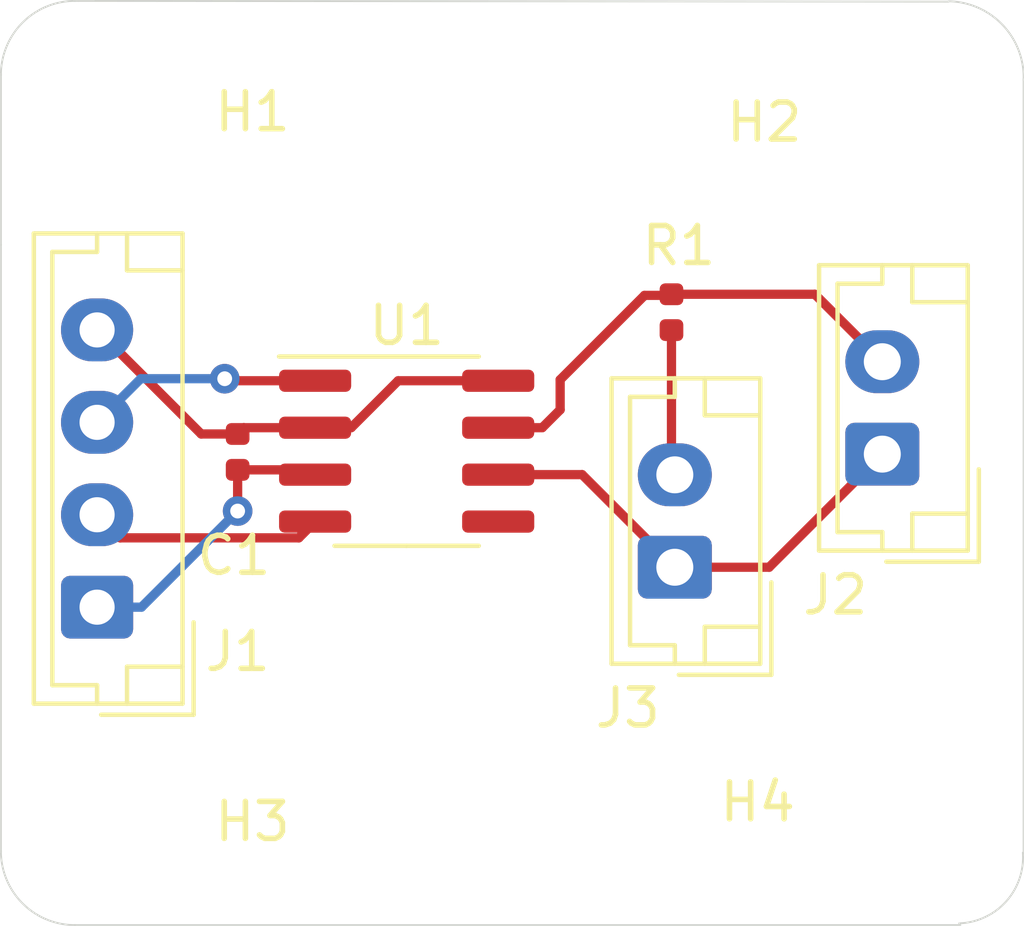
<source format=kicad_pcb>
(kicad_pcb (version 20171130) (host pcbnew "(5.1.10)-1")

  (general
    (thickness 1.6)
    (drawings 9)
    (tracks 38)
    (zones 0)
    (modules 10)
    (nets 9)
  )

  (page A4)
  (layers
    (0 F.Cu signal)
    (31 B.Cu signal)
    (32 B.Adhes user)
    (33 F.Adhes user)
    (34 B.Paste user)
    (35 F.Paste user)
    (36 B.SilkS user)
    (37 F.SilkS user)
    (38 B.Mask user)
    (39 F.Mask user)
    (40 Dwgs.User user)
    (41 Cmts.User user)
    (42 Eco1.User user)
    (43 Eco2.User user)
    (44 Edge.Cuts user)
    (45 Margin user)
    (46 B.CrtYd user)
    (47 F.CrtYd user)
    (48 B.Fab user hide)
    (49 F.Fab user hide)
  )

  (setup
    (last_trace_width 0.25)
    (trace_clearance 0.2)
    (zone_clearance 0.508)
    (zone_45_only no)
    (trace_min 0.2)
    (via_size 0.8)
    (via_drill 0.4)
    (via_min_size 0.4)
    (via_min_drill 0.3)
    (uvia_size 0.3)
    (uvia_drill 0.1)
    (uvias_allowed no)
    (uvia_min_size 0.2)
    (uvia_min_drill 0.1)
    (edge_width 0.05)
    (segment_width 0.2)
    (pcb_text_width 0.3)
    (pcb_text_size 1.5 1.5)
    (mod_edge_width 0.12)
    (mod_text_size 1 1)
    (mod_text_width 0.15)
    (pad_size 1.524 1.524)
    (pad_drill 0.762)
    (pad_to_mask_clearance 0.05)
    (aux_axis_origin 0 0)
    (visible_elements 7FFFFFFF)
    (pcbplotparams
      (layerselection 0x010fc_ffffffff)
      (usegerberextensions false)
      (usegerberattributes true)
      (usegerberadvancedattributes true)
      (creategerberjobfile true)
      (excludeedgelayer true)
      (linewidth 0.100000)
      (plotframeref false)
      (viasonmask false)
      (mode 1)
      (useauxorigin false)
      (hpglpennumber 1)
      (hpglpenspeed 20)
      (hpglpendiameter 15.000000)
      (psnegative false)
      (psa4output false)
      (plotreference true)
      (plotvalue true)
      (plotinvisibletext false)
      (padsonsilk false)
      (subtractmaskfromsilk false)
      (outputformat 1)
      (mirror false)
      (drillshape 0)
      (scaleselection 1)
      (outputdirectory "gerber/"))
  )

  (net 0 "")
  (net 1 Earth)
  (net 2 +3V3)
  (net 3 TX)
  (net 4 RX)
  (net 5 CANL)
  (net 6 CANH)
  (net 7 "Net-(U1-Pad5)")
  (net 8 Res)

  (net_class Default "This is the default net class."
    (clearance 0.2)
    (trace_width 0.25)
    (via_dia 0.8)
    (via_drill 0.4)
    (uvia_dia 0.3)
    (uvia_drill 0.1)
    (add_net +3V3)
    (add_net CANH)
    (add_net CANL)
    (add_net Earth)
    (add_net "Net-(U1-Pad5)")
    (add_net RX)
    (add_net Res)
    (add_net TX)
  )

  (module Connector_JST:JST_EH_B2B-EH-A_1x02_P2.50mm_Vertical (layer F.Cu) (tedit 5C28142C) (tstamp 61CB707A)
    (at 107.42 76.72 90)
    (descr "JST EH series connector, B2B-EH-A (http://www.jst-mfg.com/product/pdf/eng/eEH.pdf), generated with kicad-footprint-generator")
    (tags "connector JST EH vertical")
    (path /61CBA475)
    (fp_text reference J3 (at -3.81 -1.27 180) (layer F.SilkS)
      (effects (font (size 1 1) (thickness 0.15)))
    )
    (fp_text value CAN (at 1.25 3.4 90) (layer F.Fab)
      (effects (font (size 1 1) (thickness 0.15)))
    )
    (fp_text user %R (at 1.25 1.5 90) (layer F.Fab)
      (effects (font (size 1 1) (thickness 0.15)))
    )
    (fp_line (start -2.5 -1.6) (end -2.5 2.2) (layer F.Fab) (width 0.1))
    (fp_line (start -2.5 2.2) (end 5 2.2) (layer F.Fab) (width 0.1))
    (fp_line (start 5 2.2) (end 5 -1.6) (layer F.Fab) (width 0.1))
    (fp_line (start 5 -1.6) (end -2.5 -1.6) (layer F.Fab) (width 0.1))
    (fp_line (start -3 -2.1) (end -3 2.7) (layer F.CrtYd) (width 0.05))
    (fp_line (start -3 2.7) (end 5.5 2.7) (layer F.CrtYd) (width 0.05))
    (fp_line (start 5.5 2.7) (end 5.5 -2.1) (layer F.CrtYd) (width 0.05))
    (fp_line (start 5.5 -2.1) (end -3 -2.1) (layer F.CrtYd) (width 0.05))
    (fp_line (start -2.61 -1.71) (end -2.61 2.31) (layer F.SilkS) (width 0.12))
    (fp_line (start -2.61 2.31) (end 5.11 2.31) (layer F.SilkS) (width 0.12))
    (fp_line (start 5.11 2.31) (end 5.11 -1.71) (layer F.SilkS) (width 0.12))
    (fp_line (start 5.11 -1.71) (end -2.61 -1.71) (layer F.SilkS) (width 0.12))
    (fp_line (start -2.61 0) (end -2.11 0) (layer F.SilkS) (width 0.12))
    (fp_line (start -2.11 0) (end -2.11 -1.21) (layer F.SilkS) (width 0.12))
    (fp_line (start -2.11 -1.21) (end 4.61 -1.21) (layer F.SilkS) (width 0.12))
    (fp_line (start 4.61 -1.21) (end 4.61 0) (layer F.SilkS) (width 0.12))
    (fp_line (start 4.61 0) (end 5.11 0) (layer F.SilkS) (width 0.12))
    (fp_line (start -2.61 0.81) (end -1.61 0.81) (layer F.SilkS) (width 0.12))
    (fp_line (start -1.61 0.81) (end -1.61 2.31) (layer F.SilkS) (width 0.12))
    (fp_line (start 5.11 0.81) (end 4.11 0.81) (layer F.SilkS) (width 0.12))
    (fp_line (start 4.11 0.81) (end 4.11 2.31) (layer F.SilkS) (width 0.12))
    (fp_line (start -2.91 0.11) (end -2.91 2.61) (layer F.SilkS) (width 0.12))
    (fp_line (start -2.91 2.61) (end -0.41 2.61) (layer F.SilkS) (width 0.12))
    (fp_line (start -2.91 0.11) (end -2.91 2.61) (layer F.Fab) (width 0.1))
    (fp_line (start -2.91 2.61) (end -0.41 2.61) (layer F.Fab) (width 0.1))
    (pad 2 thru_hole oval (at 2.5 0 90) (size 1.7 2) (drill 1) (layers *.Cu *.Mask)
      (net 8 Res))
    (pad 1 thru_hole roundrect (at 0 0 90) (size 1.7 2) (drill 1) (layers *.Cu *.Mask) (roundrect_rratio 0.147059)
      (net 5 CANL))
    (model ${KISYS3DMOD}/Connector_JST.3dshapes/JST_EH_B2B-EH-A_1x02_P2.50mm_Vertical.wrl
      (at (xyz 0 0 0))
      (scale (xyz 1 1 1))
      (rotate (xyz 0 0 0))
    )
  )

  (module MountingHole:MountingHole_2.1mm (layer F.Cu) (tedit 5B924765) (tstamp 5FA5F394)
    (at 113.26 83.07)
    (descr "Mounting Hole 2.1mm, no annular")
    (tags "mounting hole 2.1mm no annular")
    (attr virtual)
    (fp_text reference H4 (at -3.6 0) (layer F.SilkS)
      (effects (font (size 1 1) (thickness 0.15)))
    )
    (fp_text value MountingHole_2.1mm (at 0 3.2) (layer F.Fab)
      (effects (font (size 1 1) (thickness 0.15)))
    )
    (fp_circle (center 0 0) (end 2.35 0) (layer F.CrtYd) (width 0.05))
    (fp_circle (center 0 0) (end 2.1 0) (layer Cmts.User) (width 0.15))
    (fp_text user %R (at 0.3 0) (layer F.Fab)
      (effects (font (size 1 1) (thickness 0.15)))
    )
    (pad "" np_thru_hole circle (at 0 0) (size 2.1 2.1) (drill 2.1) (layers *.Cu *.Mask))
  )

  (module MountingHole:MountingHole_2.1mm (layer F.Cu) (tedit 5B924765) (tstamp 5FA5F394)
    (at 92.2 83.6)
    (descr "Mounting Hole 2.1mm, no annular")
    (tags "mounting hole 2.1mm no annular")
    (attr virtual)
    (fp_text reference H3 (at 3.8 0) (layer F.SilkS)
      (effects (font (size 1 1) (thickness 0.15)))
    )
    (fp_text value MountingHole_2.1mm (at 0 3.2) (layer F.Fab)
      (effects (font (size 1 1) (thickness 0.15)))
    )
    (fp_circle (center 0 0) (end 2.35 0) (layer F.CrtYd) (width 0.05))
    (fp_circle (center 0 0) (end 2.1 0) (layer Cmts.User) (width 0.15))
    (fp_text user %R (at 0.3 0) (layer F.Fab)
      (effects (font (size 1 1) (thickness 0.15)))
    )
    (pad "" np_thru_hole circle (at 0 0) (size 2.1 2.1) (drill 2.1) (layers *.Cu *.Mask))
  )

  (module MountingHole:MountingHole_2.1mm (layer F.Cu) (tedit 5B924765) (tstamp 5FA5F394)
    (at 113.44 64.68)
    (descr "Mounting Hole 2.1mm, no annular")
    (tags "mounting hole 2.1mm no annular")
    (attr virtual)
    (fp_text reference H2 (at -3.6 0) (layer F.SilkS)
      (effects (font (size 1 1) (thickness 0.15)))
    )
    (fp_text value MountingHole_2.1mm (at 0 3.2) (layer F.Fab)
      (effects (font (size 1 1) (thickness 0.15)))
    )
    (fp_circle (center 0 0) (end 2.35 0) (layer F.CrtYd) (width 0.05))
    (fp_circle (center 0 0) (end 2.1 0) (layer Cmts.User) (width 0.15))
    (fp_text user %R (at 0.3 0) (layer F.Fab)
      (effects (font (size 1 1) (thickness 0.15)))
    )
    (pad "" np_thru_hole circle (at 0 0) (size 2.1 2.1) (drill 2.1) (layers *.Cu *.Mask))
  )

  (module MountingHole:MountingHole_2.1mm (layer F.Cu) (tedit 5B924765) (tstamp 5FA5F378)
    (at 92.2 64.4)
    (descr "Mounting Hole 2.1mm, no annular")
    (tags "mounting hole 2.1mm no annular")
    (attr virtual)
    (fp_text reference H1 (at 3.8 0) (layer F.SilkS)
      (effects (font (size 1 1) (thickness 0.15)))
    )
    (fp_text value MountingHole_2.1mm (at 0 3.2) (layer F.Fab)
      (effects (font (size 1 1) (thickness 0.15)))
    )
    (fp_circle (center 0 0) (end 2.35 0) (layer F.CrtYd) (width 0.05))
    (fp_circle (center 0 0) (end 2.1 0) (layer Cmts.User) (width 0.15))
    (fp_text user %R (at 0.3 0) (layer F.Fab)
      (effects (font (size 1 1) (thickness 0.15)))
    )
    (pad "" np_thru_hole circle (at 0 0) (size 2.1 2.1) (drill 2.1) (layers *.Cu *.Mask))
  )

  (module Package_SO:SOIC-8_3.9x4.9mm_P1.27mm (layer F.Cu) (tedit 5D9F72B1) (tstamp 5FA5E0A2)
    (at 100.17 73.58)
    (descr "SOIC, 8 Pin (JEDEC MS-012AA, https://www.analog.com/media/en/package-pcb-resources/package/pkg_pdf/soic_narrow-r/r_8.pdf), generated with kicad-footprint-generator ipc_gullwing_generator.py")
    (tags "SOIC SO")
    (path /5FA59E84)
    (attr smd)
    (fp_text reference U1 (at 0 -3.4) (layer F.SilkS)
      (effects (font (size 1 1) (thickness 0.15)))
    )
    (fp_text value SN65HVD230 (at 0 3.4) (layer F.Fab)
      (effects (font (size 1 1) (thickness 0.15)))
    )
    (fp_line (start 3.7 -2.7) (end -3.7 -2.7) (layer F.CrtYd) (width 0.05))
    (fp_line (start 3.7 2.7) (end 3.7 -2.7) (layer F.CrtYd) (width 0.05))
    (fp_line (start -3.7 2.7) (end 3.7 2.7) (layer F.CrtYd) (width 0.05))
    (fp_line (start -3.7 -2.7) (end -3.7 2.7) (layer F.CrtYd) (width 0.05))
    (fp_line (start -1.95 -1.475) (end -0.975 -2.45) (layer F.Fab) (width 0.1))
    (fp_line (start -1.95 2.45) (end -1.95 -1.475) (layer F.Fab) (width 0.1))
    (fp_line (start 1.95 2.45) (end -1.95 2.45) (layer F.Fab) (width 0.1))
    (fp_line (start 1.95 -2.45) (end 1.95 2.45) (layer F.Fab) (width 0.1))
    (fp_line (start -0.975 -2.45) (end 1.95 -2.45) (layer F.Fab) (width 0.1))
    (fp_line (start 0 -2.56) (end -3.45 -2.56) (layer F.SilkS) (width 0.12))
    (fp_line (start 0 -2.56) (end 1.95 -2.56) (layer F.SilkS) (width 0.12))
    (fp_line (start 0 2.56) (end -1.95 2.56) (layer F.SilkS) (width 0.12))
    (fp_line (start 0 2.56) (end 1.95 2.56) (layer F.SilkS) (width 0.12))
    (fp_text user %R (at 0 0) (layer F.Fab)
      (effects (font (size 0.98 0.98) (thickness 0.15)))
    )
    (pad 8 smd roundrect (at 2.475 -1.905) (size 1.95 0.6) (layers F.Cu F.Paste F.Mask) (roundrect_rratio 0.25)
      (net 1 Earth))
    (pad 7 smd roundrect (at 2.475 -0.635) (size 1.95 0.6) (layers F.Cu F.Paste F.Mask) (roundrect_rratio 0.25)
      (net 6 CANH))
    (pad 6 smd roundrect (at 2.475 0.635) (size 1.95 0.6) (layers F.Cu F.Paste F.Mask) (roundrect_rratio 0.25)
      (net 5 CANL))
    (pad 5 smd roundrect (at 2.475 1.905) (size 1.95 0.6) (layers F.Cu F.Paste F.Mask) (roundrect_rratio 0.25)
      (net 7 "Net-(U1-Pad5)"))
    (pad 4 smd roundrect (at -2.475 1.905) (size 1.95 0.6) (layers F.Cu F.Paste F.Mask) (roundrect_rratio 0.25)
      (net 4 RX))
    (pad 3 smd roundrect (at -2.475 0.635) (size 1.95 0.6) (layers F.Cu F.Paste F.Mask) (roundrect_rratio 0.25)
      (net 2 +3V3))
    (pad 2 smd roundrect (at -2.475 -0.635) (size 1.95 0.6) (layers F.Cu F.Paste F.Mask) (roundrect_rratio 0.25)
      (net 1 Earth))
    (pad 1 smd roundrect (at -2.475 -1.905) (size 1.95 0.6) (layers F.Cu F.Paste F.Mask) (roundrect_rratio 0.25)
      (net 3 TX))
    (model ${KISYS3DMOD}/Package_SO.3dshapes/SOIC-8_3.9x4.9mm_P1.27mm.wrl
      (at (xyz 0 0 0))
      (scale (xyz 1 1 1))
      (rotate (xyz 0 0 0))
    )
  )

  (module Resistor_SMD:R_0402_1005Metric (layer F.Cu) (tedit 5B301BBD) (tstamp 5FA5E088)
    (at 107.33 69.82 270)
    (descr "Resistor SMD 0402 (1005 Metric), square (rectangular) end terminal, IPC_7351 nominal, (Body size source: http://www.tortai-tech.com/upload/download/2011102023233369053.pdf), generated with kicad-footprint-generator")
    (tags resistor)
    (path /5FA5C139)
    (attr smd)
    (fp_text reference R1 (at -1.8 -0.2 180) (layer F.SilkS)
      (effects (font (size 1 1) (thickness 0.15)))
    )
    (fp_text value 120R (at 0 1.17 90) (layer F.Fab)
      (effects (font (size 1 1) (thickness 0.15)))
    )
    (fp_line (start 0.93 0.47) (end -0.93 0.47) (layer F.CrtYd) (width 0.05))
    (fp_line (start 0.93 -0.47) (end 0.93 0.47) (layer F.CrtYd) (width 0.05))
    (fp_line (start -0.93 -0.47) (end 0.93 -0.47) (layer F.CrtYd) (width 0.05))
    (fp_line (start -0.93 0.47) (end -0.93 -0.47) (layer F.CrtYd) (width 0.05))
    (fp_line (start 0.5 0.25) (end -0.5 0.25) (layer F.Fab) (width 0.1))
    (fp_line (start 0.5 -0.25) (end 0.5 0.25) (layer F.Fab) (width 0.1))
    (fp_line (start -0.5 -0.25) (end 0.5 -0.25) (layer F.Fab) (width 0.1))
    (fp_line (start -0.5 0.25) (end -0.5 -0.25) (layer F.Fab) (width 0.1))
    (fp_text user %R (at -0.11 0 90) (layer F.Fab)
      (effects (font (size 0.25 0.25) (thickness 0.04)))
    )
    (pad 2 smd roundrect (at 0.485 0 270) (size 0.59 0.64) (layers F.Cu F.Paste F.Mask) (roundrect_rratio 0.25)
      (net 8 Res))
    (pad 1 smd roundrect (at -0.485 0 270) (size 0.59 0.64) (layers F.Cu F.Paste F.Mask) (roundrect_rratio 0.25)
      (net 6 CANH))
    (model ${KISYS3DMOD}/Resistor_SMD.3dshapes/R_0402_1005Metric.wrl
      (at (xyz 0 0 0))
      (scale (xyz 1 1 1))
      (rotate (xyz 0 0 0))
    )
  )

  (module Connector_JST:JST_EH_B2B-EH-A_1x02_P2.50mm_Vertical (layer F.Cu) (tedit 5C28142C) (tstamp 5FA5E079)
    (at 113.03 73.66 90)
    (descr "JST EH series connector, B2B-EH-A (http://www.jst-mfg.com/product/pdf/eng/eEH.pdf), generated with kicad-footprint-generator")
    (tags "connector JST EH vertical")
    (path /5FA5B979)
    (fp_text reference J2 (at -3.81 -1.27 180) (layer F.SilkS)
      (effects (font (size 1 1) (thickness 0.15)))
    )
    (fp_text value CAN (at 1.25 3.4 90) (layer F.Fab)
      (effects (font (size 1 1) (thickness 0.15)))
    )
    (fp_line (start -2.91 2.61) (end -0.41 2.61) (layer F.Fab) (width 0.1))
    (fp_line (start -2.91 0.11) (end -2.91 2.61) (layer F.Fab) (width 0.1))
    (fp_line (start -2.91 2.61) (end -0.41 2.61) (layer F.SilkS) (width 0.12))
    (fp_line (start -2.91 0.11) (end -2.91 2.61) (layer F.SilkS) (width 0.12))
    (fp_line (start 4.11 0.81) (end 4.11 2.31) (layer F.SilkS) (width 0.12))
    (fp_line (start 5.11 0.81) (end 4.11 0.81) (layer F.SilkS) (width 0.12))
    (fp_line (start -1.61 0.81) (end -1.61 2.31) (layer F.SilkS) (width 0.12))
    (fp_line (start -2.61 0.81) (end -1.61 0.81) (layer F.SilkS) (width 0.12))
    (fp_line (start 4.61 0) (end 5.11 0) (layer F.SilkS) (width 0.12))
    (fp_line (start 4.61 -1.21) (end 4.61 0) (layer F.SilkS) (width 0.12))
    (fp_line (start -2.11 -1.21) (end 4.61 -1.21) (layer F.SilkS) (width 0.12))
    (fp_line (start -2.11 0) (end -2.11 -1.21) (layer F.SilkS) (width 0.12))
    (fp_line (start -2.61 0) (end -2.11 0) (layer F.SilkS) (width 0.12))
    (fp_line (start 5.11 -1.71) (end -2.61 -1.71) (layer F.SilkS) (width 0.12))
    (fp_line (start 5.11 2.31) (end 5.11 -1.71) (layer F.SilkS) (width 0.12))
    (fp_line (start -2.61 2.31) (end 5.11 2.31) (layer F.SilkS) (width 0.12))
    (fp_line (start -2.61 -1.71) (end -2.61 2.31) (layer F.SilkS) (width 0.12))
    (fp_line (start 5.5 -2.1) (end -3 -2.1) (layer F.CrtYd) (width 0.05))
    (fp_line (start 5.5 2.7) (end 5.5 -2.1) (layer F.CrtYd) (width 0.05))
    (fp_line (start -3 2.7) (end 5.5 2.7) (layer F.CrtYd) (width 0.05))
    (fp_line (start -3 -2.1) (end -3 2.7) (layer F.CrtYd) (width 0.05))
    (fp_line (start 5 -1.6) (end -2.5 -1.6) (layer F.Fab) (width 0.1))
    (fp_line (start 5 2.2) (end 5 -1.6) (layer F.Fab) (width 0.1))
    (fp_line (start -2.5 2.2) (end 5 2.2) (layer F.Fab) (width 0.1))
    (fp_line (start -2.5 -1.6) (end -2.5 2.2) (layer F.Fab) (width 0.1))
    (fp_text user %R (at 1.25 1.5 90) (layer F.Fab)
      (effects (font (size 1 1) (thickness 0.15)))
    )
    (pad 2 thru_hole oval (at 2.5 0 90) (size 1.7 2) (drill 1) (layers *.Cu *.Mask)
      (net 6 CANH))
    (pad 1 thru_hole roundrect (at 0 0 90) (size 1.7 2) (drill 1) (layers *.Cu *.Mask) (roundrect_rratio 0.147059)
      (net 5 CANL))
    (model ${KISYS3DMOD}/Connector_JST.3dshapes/JST_EH_B2B-EH-A_1x02_P2.50mm_Vertical.wrl
      (at (xyz 0 0 0))
      (scale (xyz 1 1 1))
      (rotate (xyz 0 0 0))
    )
  )

  (module Connector_JST:JST_EH_B4B-EH-A_1x04_P2.50mm_Vertical (layer F.Cu) (tedit 5C28142C) (tstamp 5FA5E059)
    (at 91.8 77.8 90)
    (descr "JST EH series connector, B4B-EH-A (http://www.jst-mfg.com/product/pdf/eng/eEH.pdf), generated with kicad-footprint-generator")
    (tags "connector JST EH vertical")
    (path /5FA57D9C)
    (fp_text reference J1 (at -1.2 3.8 180) (layer F.SilkS)
      (effects (font (size 1 1) (thickness 0.15)))
    )
    (fp_text value JETSON (at 3.75 3.4 90) (layer F.Fab)
      (effects (font (size 1 1) (thickness 0.15)))
    )
    (fp_line (start -2.91 2.61) (end -0.41 2.61) (layer F.Fab) (width 0.1))
    (fp_line (start -2.91 0.11) (end -2.91 2.61) (layer F.Fab) (width 0.1))
    (fp_line (start -2.91 2.61) (end -0.41 2.61) (layer F.SilkS) (width 0.12))
    (fp_line (start -2.91 0.11) (end -2.91 2.61) (layer F.SilkS) (width 0.12))
    (fp_line (start 9.11 0.81) (end 9.11 2.31) (layer F.SilkS) (width 0.12))
    (fp_line (start 10.11 0.81) (end 9.11 0.81) (layer F.SilkS) (width 0.12))
    (fp_line (start -1.61 0.81) (end -1.61 2.31) (layer F.SilkS) (width 0.12))
    (fp_line (start -2.61 0.81) (end -1.61 0.81) (layer F.SilkS) (width 0.12))
    (fp_line (start 9.61 0) (end 10.11 0) (layer F.SilkS) (width 0.12))
    (fp_line (start 9.61 -1.21) (end 9.61 0) (layer F.SilkS) (width 0.12))
    (fp_line (start -2.11 -1.21) (end 9.61 -1.21) (layer F.SilkS) (width 0.12))
    (fp_line (start -2.11 0) (end -2.11 -1.21) (layer F.SilkS) (width 0.12))
    (fp_line (start -2.61 0) (end -2.11 0) (layer F.SilkS) (width 0.12))
    (fp_line (start 10.11 -1.71) (end -2.61 -1.71) (layer F.SilkS) (width 0.12))
    (fp_line (start 10.11 2.31) (end 10.11 -1.71) (layer F.SilkS) (width 0.12))
    (fp_line (start -2.61 2.31) (end 10.11 2.31) (layer F.SilkS) (width 0.12))
    (fp_line (start -2.61 -1.71) (end -2.61 2.31) (layer F.SilkS) (width 0.12))
    (fp_line (start 10.5 -2.1) (end -3 -2.1) (layer F.CrtYd) (width 0.05))
    (fp_line (start 10.5 2.7) (end 10.5 -2.1) (layer F.CrtYd) (width 0.05))
    (fp_line (start -3 2.7) (end 10.5 2.7) (layer F.CrtYd) (width 0.05))
    (fp_line (start -3 -2.1) (end -3 2.7) (layer F.CrtYd) (width 0.05))
    (fp_line (start 10 -1.6) (end -2.5 -1.6) (layer F.Fab) (width 0.1))
    (fp_line (start 10 2.2) (end 10 -1.6) (layer F.Fab) (width 0.1))
    (fp_line (start -2.5 2.2) (end 10 2.2) (layer F.Fab) (width 0.1))
    (fp_line (start -2.5 -1.6) (end -2.5 2.2) (layer F.Fab) (width 0.1))
    (fp_text user %R (at 3.75 1.5 90) (layer F.Fab)
      (effects (font (size 1 1) (thickness 0.15)))
    )
    (pad 4 thru_hole oval (at 7.5 0 90) (size 1.7 1.95) (drill 0.95) (layers *.Cu *.Mask)
      (net 1 Earth))
    (pad 3 thru_hole oval (at 5 0 90) (size 1.7 1.95) (drill 0.95) (layers *.Cu *.Mask)
      (net 3 TX))
    (pad 2 thru_hole oval (at 2.5 0 90) (size 1.7 1.95) (drill 0.95) (layers *.Cu *.Mask)
      (net 4 RX))
    (pad 1 thru_hole roundrect (at 0 0 90) (size 1.7 1.95) (drill 0.95) (layers *.Cu *.Mask) (roundrect_rratio 0.147059)
      (net 2 +3V3))
    (model ${KISYS3DMOD}/Connector_JST.3dshapes/JST_EH_B4B-EH-A_1x04_P2.50mm_Vertical.wrl
      (at (xyz 0 0 0))
      (scale (xyz 1 1 1))
      (rotate (xyz 0 0 0))
    )
  )

  (module Capacitor_SMD:C_0402_1005Metric (layer F.Cu) (tedit 5B301BBE) (tstamp 5FA5E037)
    (at 95.6 73.6 90)
    (descr "Capacitor SMD 0402 (1005 Metric), square (rectangular) end terminal, IPC_7351 nominal, (Body size source: http://www.tortai-tech.com/upload/download/2011102023233369053.pdf), generated with kicad-footprint-generator")
    (tags capacitor)
    (path /5FA5E020)
    (attr smd)
    (fp_text reference C1 (at -2.8 -0.1 180) (layer F.SilkS)
      (effects (font (size 1 1) (thickness 0.15)))
    )
    (fp_text value 100nF (at 0 1.17 90) (layer F.Fab)
      (effects (font (size 1 1) (thickness 0.15)))
    )
    (fp_line (start 0.93 0.47) (end -0.93 0.47) (layer F.CrtYd) (width 0.05))
    (fp_line (start 0.93 -0.47) (end 0.93 0.47) (layer F.CrtYd) (width 0.05))
    (fp_line (start -0.93 -0.47) (end 0.93 -0.47) (layer F.CrtYd) (width 0.05))
    (fp_line (start -0.93 0.47) (end -0.93 -0.47) (layer F.CrtYd) (width 0.05))
    (fp_line (start 0.5 0.25) (end -0.5 0.25) (layer F.Fab) (width 0.1))
    (fp_line (start 0.5 -0.25) (end 0.5 0.25) (layer F.Fab) (width 0.1))
    (fp_line (start -0.5 -0.25) (end 0.5 -0.25) (layer F.Fab) (width 0.1))
    (fp_line (start -0.5 0.25) (end -0.5 -0.25) (layer F.Fab) (width 0.1))
    (fp_text user %R (at 0 0 90) (layer F.Fab)
      (effects (font (size 0.25 0.25) (thickness 0.04)))
    )
    (pad 2 smd roundrect (at 0.485 0 90) (size 0.59 0.64) (layers F.Cu F.Paste F.Mask) (roundrect_rratio 0.25)
      (net 1 Earth))
    (pad 1 smd roundrect (at -0.485 0 90) (size 0.59 0.64) (layers F.Cu F.Paste F.Mask) (roundrect_rratio 0.25)
      (net 2 +3V3))
    (model ${KISYS3DMOD}/Capacitor_SMD.3dshapes/C_0402_1005Metric.wrl
      (at (xyz 0 0 0))
      (scale (xyz 1 1 1))
      (rotate (xyz 0 0 0))
    )
  )

  (gr_arc (start 114.790006 63.471105) (end 116.850005 63.549583) (angle -91.07006917) (layer Edge.Cuts) (width 0.05) (tstamp 5FA5F5D2))
  (gr_arc (start 115.048932 84.568302) (end 115.10849 86.352992) (angle -92.20892931) (layer Edge.Cuts) (width 0.05) (tstamp 5FA5F5D2))
  (gr_arc (start 91.2 84.4) (end 89.2 84.4) (angle -90) (layer Edge.Cuts) (width 0.05) (tstamp 5FA5F5D2))
  (gr_arc (start 91.2 63.4) (end 91.2 61.4) (angle -90) (layer Edge.Cuts) (width 0.05))
  (gr_line (start 89.2 84.4) (end 89.2 68) (layer Edge.Cuts) (width 0.05) (tstamp 5FA5F54E))
  (gr_line (start 115.14 86.4) (end 91.2 86.4) (layer Edge.Cuts) (width 0.05))
  (gr_line (start 116.85 63.51) (end 116.85 84.51) (layer Edge.Cuts) (width 0.05))
  (gr_line (start 91.2 61.4) (end 114.82 61.42) (layer Edge.Cuts) (width 0.05))
  (gr_line (start 89.2 68) (end 89.2 63.4) (layer Edge.Cuts) (width 0.05))

  (segment (start 95.77 72.945) (end 95.6 73.115) (width 0.25) (layer F.Cu) (net 1))
  (segment (start 97.695 72.945) (end 95.77 72.945) (width 0.25) (layer F.Cu) (net 1))
  (segment (start 99.94 71.675) (end 102.645 71.675) (width 0.25) (layer F.Cu) (net 1))
  (segment (start 98.67 72.945) (end 99.94 71.675) (width 0.25) (layer F.Cu) (net 1))
  (segment (start 97.695 72.945) (end 98.67 72.945) (width 0.25) (layer F.Cu) (net 1))
  (segment (start 94.615 73.115) (end 91.8 70.3) (width 0.25) (layer F.Cu) (net 1))
  (segment (start 95.6 73.115) (end 94.615 73.115) (width 0.25) (layer F.Cu) (net 1))
  (via (at 95.6 75.2) (size 0.8) (drill 0.4) (layers F.Cu B.Cu) (net 2))
  (segment (start 93 77.8) (end 95.6 75.2) (width 0.25) (layer B.Cu) (net 2))
  (segment (start 91.8 77.8) (end 93 77.8) (width 0.25) (layer B.Cu) (net 2))
  (segment (start 97.565 74.085) (end 97.695 74.215) (width 0.25) (layer F.Cu) (net 2))
  (segment (start 95.6 74.085) (end 97.565 74.085) (width 0.25) (layer F.Cu) (net 2))
  (segment (start 95.6 75.2) (end 95.6 74.085) (width 0.25) (layer F.Cu) (net 2))
  (via (at 95.25 71.62) (size 0.8) (drill 0.4) (layers F.Cu B.Cu) (net 3))
  (segment (start 91.8 72.8) (end 91.8 73.2) (width 0.25) (layer F.Cu) (net 3))
  (segment (start 95.305 71.675) (end 95.25 71.62) (width 0.25) (layer F.Cu) (net 3))
  (segment (start 97.695 71.675) (end 95.305 71.675) (width 0.25) (layer F.Cu) (net 3))
  (segment (start 92.98 71.62) (end 91.8 72.8) (width 0.25) (layer B.Cu) (net 3))
  (segment (start 95.25 71.62) (end 92.98 71.62) (width 0.25) (layer B.Cu) (net 3))
  (segment (start 91.8 75.3) (end 92.3 75.3) (width 0.25) (layer B.Cu) (net 4))
  (segment (start 92.425001 75.925001) (end 91.8 75.3) (width 0.25) (layer F.Cu) (net 4))
  (segment (start 97.254999 75.925001) (end 92.425001 75.925001) (width 0.25) (layer F.Cu) (net 4))
  (segment (start 97.695 75.485) (end 97.254999 75.925001) (width 0.25) (layer F.Cu) (net 4))
  (segment (start 104.915 74.215) (end 107.42 76.72) (width 0.25) (layer F.Cu) (net 5))
  (segment (start 102.645 74.215) (end 104.915 74.215) (width 0.25) (layer F.Cu) (net 5))
  (segment (start 109.97 76.72) (end 113.03 73.66) (width 0.25) (layer F.Cu) (net 5))
  (segment (start 107.42 76.72) (end 109.97 76.72) (width 0.25) (layer F.Cu) (net 5))
  (segment (start 113.03 71.16) (end 111.235 69.365) (width 0.25) (layer F.Cu) (net 6))
  (segment (start 104.32 71.646768) (end 104.32 72.46) (width 0.25) (layer F.Cu) (net 6))
  (segment (start 103.835 72.945) (end 102.645 72.945) (width 0.25) (layer F.Cu) (net 6))
  (segment (start 104.32 72.46) (end 103.835 72.945) (width 0.25) (layer F.Cu) (net 6))
  (segment (start 104.32 71.646768) (end 106.601768 69.365) (width 0.25) (layer F.Cu) (net 6))
  (segment (start 107.3 69.365) (end 107.33 69.335) (width 0.25) (layer F.Cu) (net 6))
  (segment (start 106.601768 69.365) (end 107.3 69.365) (width 0.25) (layer F.Cu) (net 6))
  (segment (start 111.205 69.335) (end 111.235 69.365) (width 0.25) (layer F.Cu) (net 6))
  (segment (start 107.33 69.335) (end 111.205 69.335) (width 0.25) (layer F.Cu) (net 6))
  (segment (start 107.33 74.13) (end 107.42 74.22) (width 0.25) (layer F.Cu) (net 8))
  (segment (start 107.33 70.305) (end 107.33 74.13) (width 0.25) (layer F.Cu) (net 8))

)

</source>
